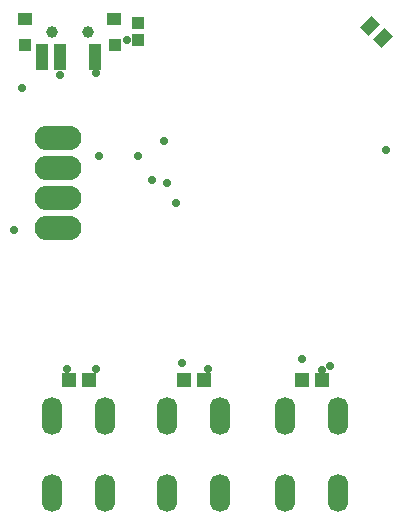
<source format=gts>
%FSTAX23Y23*%
%MOIN*%
%SFA1B1*%

%IPPOS*%
%AMD13*
4,1,4,-0.033400,-0.005600,-0.005600,-0.033400,0.033400,0.005600,0.005600,0.033400,-0.033400,-0.005600,0.0*
%
G04~CAMADD=13~9~0.0~0.0~395.0~552.4~0.0~0.0~0~0.0~0.0~0.0~0.0~0~0.0~0.0~0.0~0.0~0~0.0~0.0~0.0~135.0~668.0~667.0*
%ADD13D13*%
%ADD14R,0.039500X0.086740*%
%ADD15R,0.047370X0.039500*%
%ADD16R,0.043429X0.039500*%
%ADD17R,0.043433X0.039496*%
%ADD18R,0.051311X0.047370*%
%ADD19O,0.156000X0.082000*%
%ADD20C,0.039500*%
%ADD21O,0.067055X0.126110*%
%ADD22C,0.027685*%
%LNpcb1-1*%
%LPD*%
G54D13*
X0134Y01671D03*
X01297Y01714D03*
G54D14*
X00203Y0161D03*
X0038D03*
X00262D03*
G54D15*
X00147Y01737D03*
X00442D03*
G54D16*
X00145Y01648D03*
X00444D03*
G54D17*
X00521Y01667D03*
Y01722D03*
G54D18*
X01068Y00531D03*
X01135D03*
X00742D03*
X00675D03*
X00291D03*
X00358D03*
G54D19*
X00255Y0104D03*
Y0114D03*
Y0124D03*
Y0134D03*
G54D20*
X00236Y01692D03*
X00354D03*
G54D21*
X00797Y00413D03*
Y00157D03*
X0062Y00413D03*
Y00157D03*
X00236D03*
Y00413D03*
X00413Y00157D03*
Y00413D03*
X0119D03*
Y00157D03*
X01013Y00413D03*
Y00157D03*
G54D22*
X00137Y01505D03*
X0062Y0119D03*
X00649Y01122D03*
X01068Y00604D03*
X00521Y01279D03*
X00393D03*
X00669Y0059D03*
X00285Y0057D03*
X00108Y01033D03*
X0057Y012D03*
X00486Y01667D03*
X01348Y01299D03*
X0061Y01328D03*
X00262Y01548D03*
X00383Y0057D03*
X00757D03*
X01135Y00566D03*
X01161Y0058D03*
X00383Y01555D03*
M02*
</source>
